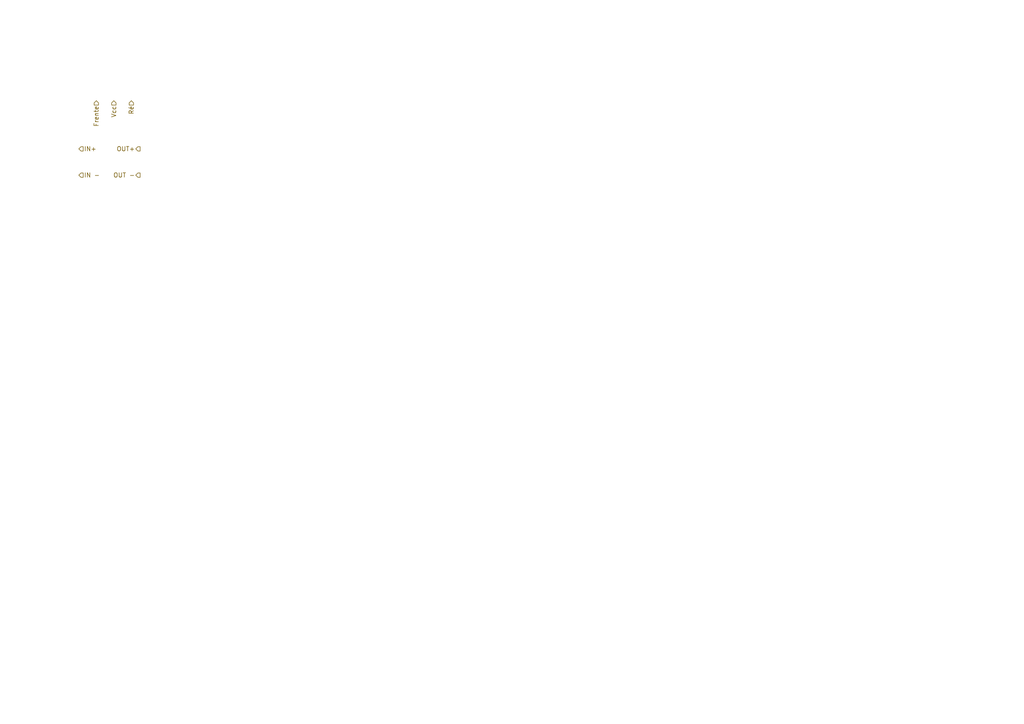
<source format=kicad_sch>
(kicad_sch (version 20211123) (generator eeschema)
  (paper "A4")
  (lib_symbols)
  (hierarchical_label "Frente" (shape input) (at 27.94 29.21 270))
  (hierarchical_label "IN+" (shape input) (at 22.86 43.18 0))
  (hierarchical_label "OUT -" (shape output) (at 40.64 50.8 180))
  (hierarchical_label "IN -" (shape input) (at 22.86 50.8 0))
  (hierarchical_label "Ré" (shape input) (at 38.1 29.21 270))
  (hierarchical_label "Vcc" (shape input) (at 33.02 29.21 270))
  (hierarchical_label "OUT+" (shape output) (at 40.64 43.18 180))
)
</source>
